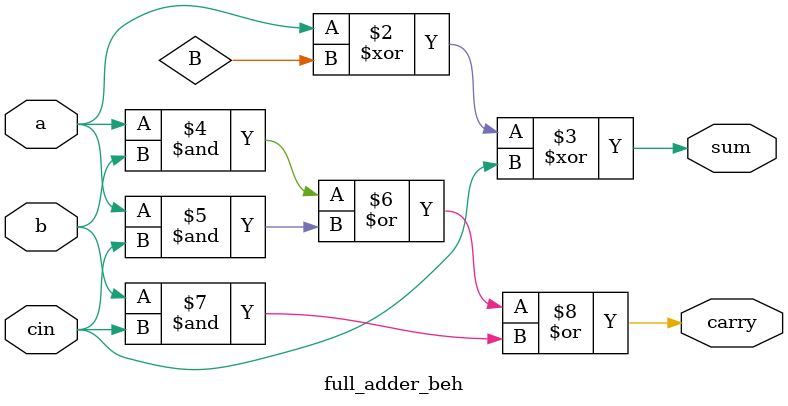
<source format=v>
module full_adder_beh 
(
    input wire a,
    input wire b,
    input wire cin,
    output reg sum,
    output reg carry
);
always @(*)begin
    sum=a^B^cin;
    carry=(a&b)|(a&cin)|(b&cin);
end
endmodule
</source>
